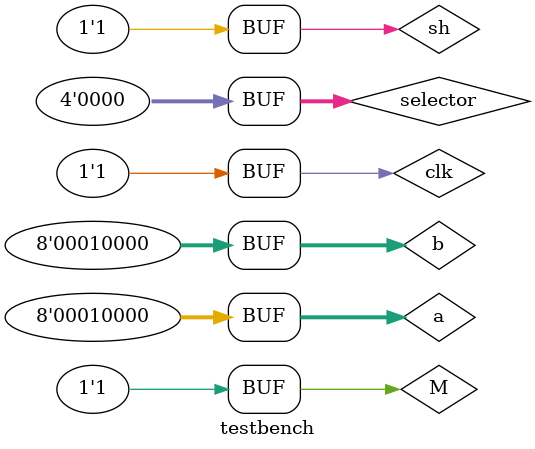
<source format=v>



/* TO DO
8 muxes for output - acts as op code  selector and state Machine
 - indexed from m7, m6, m5, m4, m3, m2, m1, m0 from most significant to least sifnicant bit
 include in software discovery - logism

scale modules to 8 bits
*/


module logic_unit(output [7:0] result,  input [7:0]A, input [7:0] B, input [3:0]selector);

//this can be represented with 2 bits
//and
//or
//not
//xor

//result wires
  wire [7:0] andwire;
  wire [7:0] orwire;
  wire [7:0] notawire;
  wire [7:0] notbwire;
  wire [7:0] xorwire;

  reg nullin;

  and_unit andunit(andwire[7:0], A[7:0], B[7:0]);
  or_unit orunit(orwire[7:0], A[7:0], B[7:0]);
  notA_unit notaunit(notawire[7:0], A[7:0]);
  notB_unit notbunit(notbwire[7:0], B[7:0]);
  xor_unit xorunit(xorwire[7:0], A[7:0], B[7:0]);

  STtoMUX m0(result[0], selector[3:0], andwire[0], orwire[0], notawire[0], notbwire[0], xorwire[0], nullin, nullin, nullin, nullin, nullin, nullin, nullin, nullin, nullin, nullin, nullin);
  STtoMUX m1(result[1], selector[3:0], andwire[1], orwire[1], notawire[1], notbwire[1], xorwire[1], nullin, nullin, nullin, nullin, nullin, nullin, nullin, nullin, nullin, nullin, nullin);
  STtoMUX m2(result[2], selector[3:0], andwire[2], orwire[2], notawire[2], notbwire[2], xorwire[2], nullin, nullin, nullin, nullin, nullin, nullin, nullin, nullin, nullin, nullin, nullin);
  STtoMUX m3(result[3], selector[3:0], andwire[3], orwire[3], notawire[3], notbwire[3], xorwire[3], nullin, nullin, nullin, nullin, nullin, nullin, nullin, nullin, nullin, nullin, nullin);
  STtoMUX m4(result[4], selector[3:0], andwire[4], orwire[4], notawire[4], notbwire[4], xorwire[4], nullin, nullin, nullin, nullin, nullin, nullin, nullin, nullin, nullin, nullin, nullin);
  STtoMUX m5(result[5], selector[3:0], andwire[5], orwire[5], notawire[5], notbwire[5], xorwire[5], nullin, nullin, nullin, nullin, nullin, nullin, nullin, nullin, nullin, nullin, nullin);
  STtoMUX m6(result[6], selector[3:0], andwire[6], orwire[6], notawire[6], notbwire[6], xorwire[6], nullin, nullin, nullin, nullin, nullin, nullin, nullin, nullin, nullin, nullin, nullin);
  STtoMUX m7(result[7], selector[3:0], andwire[7], orwire[7], notawire[7], notbwire[7], xorwire[7], nullin, nullin, nullin, nullin, nullin, nullin, nullin, nullin, nullin, nullin, nullin);


endmodule

//8to1 mux
module STtoMUX(output result,
  input [3:0] s, input oneMUXinput,
  input twoMUXinput, input threeMUXinput,
  input fourMUXinput, input fiveMUXinput,
  input sixMUXinput, input sevenMUXinput,
  input eightMUXinput, input nineMUXinput,
  input tenMUXinput, input eleMUXinput,
  input twelMUXinput, input thirtMUXinput,
  input fourteenMUXinput, input fifteenMUXinput,
  input sixteenMUXinput);

  wire [3:0] notS;
  wire [15:0] andOUT;

  not(notS[0], s[0]);
  not(notS[1], s[1]);
  not(notS[2], s[2]);
  not(notS[3], s[3]);



  and(andOUT[0],  notS[0], notS[1], notS[2], notS[3], oneMUXinput);
  and(andOUT[1],  notS[0], notS[1], notS[2], s[3],    twoMUXinput);
  and(andOUT[2],  notS[0], notS[1], s[2],    notS[3], threeMUXinput);
  and(andOUT[3],  notS[0], notS[1], s[2],    s[3],    fourMUXinput);
  and(andOUT[4],  notS[0], s[1],    notS[2], notS[3], fiveMUXinput);
  and(andOUT[5],  notS[0], s[1],    notS[2], s[3],    sixMUXinput);
  and(andOUT[6],  notS[0], s[1],    s[2],    notS[3], sevenMUXinput);
  and(andOUT[7],  notS[0], s[1],    s[2],    s[3],    eightMUXinput);
  and(andOUT[8],  s[0],    notS[1], notS[2], notS[3], nineMUXinput);
  and(andOUT[9],  s[0],    notS[1], notS[2], s[3],    tenMUXinput);
  and(andOUT[10], s[0],    notS[1], s[2],    notS[3], elelMUXinput);
  and(andOUT[11], s[0],    notS[1], s[2],    s[3],    twelMUXinput);
  and(andOUT[12], s[0],    s[1],    notS[2], notS[3], thirtMUXinput);
  and(andOUT[13], s[0],    s[1],    notS[2], s[3],    fourteenMUXinput);
  and(andOUT[14], s[0],    s[1],    s[2],    notS[3], fifteenMUXinput);
  and(andOUT[15], s[0],    s[1],    s[2],    s[3],    sixteenMUXinput);



  or(result, andOUT[0], andOUT[1], andOUT[2], andOUT[3], andOUT[4], andOUT[5], andOUT[6], andOUT[7], andOUT[8],
     andOUT[9], andOUT[10], andOUT[11], andOUT[12], andOUT[13], andOUT[14], andOUT[15]);
endmodule

module and_unit(output [7:0] result, input[7:0] A, input [7:0] B);
  and a(result[0], A[0], B[0]);
  and b(result[1], A[1], B[1]);
  and c(result[2], A[2], B[2]);
  and c(result[3], A[3], B[3]);
  and d(result[4], A[4], B[4]);
  and e(result[5], A[5], B[5]);
  and f(result[6], A[6], B[6]);
  and g(result[7], A[7], B[7]);
endmodule

module or_unit(output [7:0] result, input[7:0] A, input [7:0] B);
  or a(result[0], A[0], B[0]);
  or b(result[1], A[1], B[1]);
  or c(result[2], A[2], B[2]);
  or d(result[3], A[3], B[3]);
  or e(result[4], A[4], B[4]);
  or f(result[5], A[5], B[5]);
  or g(result[6], A[6], B[6]);
  or h(result[7], A[7], B[7]);
endmodule

module notA_unit(output [7:0] result, input[7:0] A);
  not(result[0], A[0]);
  not(result[1], A[1]);
  not(result[2], A[2]);
  not(result[3], A[3]);
  not(result[4], A[4]);
  not(result[5], A[5]);
  not(result[6], A[6]);
  not(result[7], A[7]);
endmodule

module notB_unit(output [7:0] result, input [7:0] B);
  not(result[0], B[0]);
  not(result[1], B[1]);
  not(result[2], B[2]);
  not(result[3], B[3]);
  not(result[4], B[4]);
  not(result[5], B[5]);
  not(result[6], B[6]);
  not(result[7], B[7]);
endmodule

module xor_unit(output [7:0] result, input[7:0] A, input [7:0] B);
  xor(result[0], A[0], B[0]);
  xor(result[1], A[1], B[1]);
  xor(result[2], A[2], B[2]);
  xor(result[3], A[3], B[3]);
  xor(result[4], A[4], B[4]);
  xor(result[5], A[5], B[5]);
  xor(result[6], A[6], B[6]);
  xor(result[7], A[7], B[7]);
endmodule

module rightshifter(output [7:0] q, output [7:0] qn, input sh, input clk, input [7:0]A);

  wire notsh; //top
  not(notsh, sh);
  wire [6:0] a1out;
  wire [6:0] a2out;
  wire [6:0] orout;

  dff m7(q[7], qn[7], clk, A[7]);
  //indexing by significant digits
  and(a1out[6], q[7],sh ); //a1
  and(a2out[6], A[6], notsh);
  or(orout[6], a1out[6], a2out[6]);
  dff m6(q[6], qn[6], clk, orout[6]);

  and(a1out[5], q[6],sh);
  and(a2out[5], A[5], notsh);
  or(orout[5], a1out[5], a2out[5]);
  dff m5(q[5], qn[5], clk, orout[5]);

  and(a1out[4], q[5],sh);
  and(a2out[4], A[4], notsh);
  or(orout[4], a1out[4], a2out[4]);
  dff m4(q[4], qn[4], clk, orout[4]);

  and(a1out[3], q[4],sh);
  and(a2out[3], A[3], notsh);
  or(orout[3], a1out[3], a2out[3]);
  dff m3(q[3], qn[3], clk, orout[3]);

  and(a1out[2], q[3],sh);
  and(a2out[2], A[2], notsh);
  or(orout[2], a1out[2], a2out[2]);
  dff m2(q[2], qn[2], clk, orout[2]);

  and(a1out[1], q[2], sh);
  and(a2out[1],A[1], notsh );
  or(orout[1], a1out[1], a2out[1]);
  dff m1(q[1], qn[1], clk, orout[1]);

  and(a1out[0], q[1], sh );
  and(a2out[0],A[0], notsh );
  or(orout[0], a1out[0], a2out[0]);
  dff m0(q[0], qn[0], clk, orout[0]);


endmodule

module leftshifter(output [7:0] q, output [7:0] qn, input sh, input clk, input [7:0]A);

  wire notsh; //top
  not(notsh, sh);
  wire [6:0] a1out;
  wire [6:0] a2out;
  wire [6:0] orout;


  //indexing by significant digits
  and(a2out[6], A[7], notsh);
  and(a1out[6], q[6],sh ); //a1
  or(orout[6], a1out[6], a2out[6]);
  dff m7(q[7], qn[7], clk, orout[6]);

  and(a2out[5], A[6], notsh);
  and(a1out[5], q[5],sh ); //a1
  or(orout[5], a1out[5], a2out[5]);
  dff m6(q[6], qn[6], clk, orout[5]);

  and(a2out[4], A[5], notsh);
  and(a1out[4], q[3],sh ); //a1
  or(orout[4], a1out[4], a2out[4]);
  dff m5(q[5], qn[5], clk, orout[4]);

  and(a2out[3], A[4], notsh);
  and(a1out[3], q[3],sh ); //a1
  or(orout[3], a1out[3], a2out[3]);
  dff m4(q[4], qn[4], clk, orout[3]);

  and(a2out[2], A[3], notsh);
  and(a1out[2], q[2],sh ); //a1
  or(orout[2], a1out[2], a2out[2]);
  dff m3(q[3], qn[3], clk, orout[2]);

  and(a2out[1], A[2], notsh);
  and(a1out[1], q[1],sh ); //a1
  or(orout[1], a1out[1], a2out[1]);
  dff m2(q[2], qn[2], clk, orout[1]);

  and(a2out[0], A[1], notsh);
  and(a1out[0], q[0],sh ); //a1
  or(orout[0], a1out[0], a2out[0]);
  dff m1(q[1], qn[1], clk, orout[0]);

  dff m0(q[0], qn[0], clk, A[0]);

endmodule

//module leftshifter();
//endmodule

//edge triggered dff
module dff(output Q, output Qn, input C, input D);


   wire   Cn;   // Control input to the D latch.
   wire   Cnn;  // Control input to the SR latch.
   wire   DQ;   // Output from the D latch, input to the gated SR latch.
   wire   DQn;  // Output from the D latch, input to the gated SR latch.

   not(Cn, C);
   not(Cnn, Cn);
   d_latch dl(DQ, DQn, Cn, D);
   sr_latch_gated sr(Q, Qn, Cnn, DQ, DQn);
endmodule // d_flip_flop_edge_triggered

module d_latch(output Q, output Qn, input G,input D);

   wire   Dnotout;
   wire   Dandout;
   wire   Dandout2;

   not(Dnotout, D);
   and(Dandout, G, D);
   and(Dandout2, G, Dnotout);
   nor(Qn, Dandout, Q);
   nor(Q, Dandout2, Qn);
endmodule // d_latch

module sr_latch_gated(output Q, output Qn, input G, input S, input R);
   wire   S1;
   wire   R1;

   and(S1, G, S);
   and(R1, G, R);
   nor(Qn, S1, Q);
   nor(Q, R1, Qn);
endmodule // sr_latch_gated



module ALU(input [7:0] a, input[7:0] b, input [3:0] opcode, input m, input sh, input clk,  output [7:0] result , output carry);

  wire [7:0] eightbasuOUT;

  wire [7:0] AleftsOUT;
  wire [7:0] ArightsOUT;
  wire [7:0] AleftsOUTn;
  wire [7:0] ArightsOUTn;

  wire [7:0] BleftsOUT;
  wire [7:0] BrightsOUT;
  wire [7:0] BleftsOUTn;
  wire [7:0] BrightsOUTn;

  wire [7:0] aluLUOUT;

  reg nullin;


  /*
  module logic_unit(output [3:0] result,  input [3:0]A, input [3:0] B, input [2:0]selector);
  module rightshifter(output [7:0] q, output [7:0] qn, input sh, input clk, input [7:0]A);
  module leftshifter(output [7:0] q, output [7:0] qn, input sh, input clk, input [7:0]A);
  module fourB_asu(input [3:0] a, input [3:0] b, input M, output C, output [3:0] sum);

  */

  eightB_asu aluFBAU(a[7:0], b[7:0], m, carry, eightbasuOUT[7:0]);
  rightshifter AaluRS(ArightsOUT[7:0], ArightsOUTn[7:0], sh, clk, a[7:0] );
  leftshifter AaluLS(AleftsOUT[7:0], AleftsOUTn[7:0], sh, clk, a[7:0] );
  rightshifter BaluRS(BrightsOUT[7:0], BrightsOUTn[7:0], sh, clk, b[7:0] );
  leftshifter BaluLS(BleftsOUT[7:0], BleftsOUTn[7:0], sh, clk, b[7:0] );
  logic_unit aluLU(aluLUOUT[7:0],a[7:0], b[7:0], opcode[3:0]);



   //module STtoMUX(output result, input [2:0] s, input oneMUXinput, input twoMUXinput, input threeMUXinput, input fourMUXinput, input fiveMUXinput);
   // 5 aluLU inputs so opcode shares the same  code
   STtoMUX m7(result[7], opcode[3:0], aluLUOUT[7], aluLUOUT[7], aluLUOUT[7], aluLUOUT[7], aluLUOUT[7], eightbasuOUT[7], AleftsOUT[7], ArightsOUT[7], BleftsOUT[7], BrightsOUT[7], nullin,nullin,nullin,nullin,nullin,nullin ); //most significant bits
   STtoMUX m6(result[6], opcode[3:0], aluLUOUT[6], aluLUOUT[6], aluLUOUT[6], aluLUOUT[6], aluLUOUT[6], eightbasuOUT[6], AleftsOUT[6], ArightsOUT[6], BleftsOUT[6], BrightsOUT[6], nullin,nullin,nullin,nullin,nullin,nullin );
   STtoMUX m5(result[5], opcode[3:0], aluLUOUT[5], aluLUOUT[5], aluLUOUT[5], aluLUOUT[5], aluLUOUT[5], eightbasuOUT[5], AleftsOUT[5], ArightsOUT[5], BleftsOUT[5], BrightsOUT[5], nullin,nullin,nullin,nullin,nullin,nullin );
   STtoMUX m4(result[4], opcode[3:0], aluLUOUT[4], aluLUOUT[4], aluLUOUT[4], aluLUOUT[4], aluLUOUT[4], eightbasuOUT[4], AleftsOUT[4], ArightsOUT[4], BleftsOUT[4], BrightsOUT[4], nullin,nullin,nullin,nullin,nullin,nullin );
   STtoMUX m3(result[3], opcode[3:0], aluLUOUT[3], aluLUOUT[3], aluLUOUT[3], aluLUOUT[3], aluLUOUT[3], eightbasuOUT[3], AleftsOUT[3], ArightsOUT[3], BleftsOUT[3], BrightsOUT[3], nullin,nullin,nullin,nullin,nullin,nullin );
   STtoMUX m2(result[2], opcode[3:0], aluLUOUT[2], aluLUOUT[2], aluLUOUT[2], aluLUOUT[2], aluLUOUT[2], eightbasuOUT[2], AleftsOUT[2], ArightsOUT[2], BleftsOUT[2], BrightsOUT[2], nullin,nullin,nullin,nullin,nullin,nullin );
   STtoMUX m1(result[1], opcode[3:0], aluLUOUT[1], aluLUOUT[1], aluLUOUT[1], aluLUOUT[1], aluLUOUT[1], eightbasuOUT[1], AleftsOUT[1], ArightsOUT[1], BleftsOUT[1], BrightsOUT[1], nullin,nullin,nullin,nullin,nullin,nullin );
   STtoMUX m0(result[0], opcode[3:0], aluLUOUT[0], aluLUOUT[0], aluLUOUT[0], aluLUOUT[0], aluLUOUT[0], eightbasuOUT[0], AleftsOUT[0], ArightsOUT[0], BleftsOUT[0], BrightsOUT[0], nullin,nullin,nullin,nullin,nullin,nullin );

   //  STtoMUX m0(result[0], selector[2:0], andwire[0], orwire[0], notawire[0], notbwire[0], xorwire[0]);



endmodule
//half adder - provided in the instructions
module Add_half (input a, b, output c_out, sum);
    xor G1(sum, a, b);
    and G2(c_out, a, b);
endmodule

//full adder - provided in the instructions
module Add_full (input a, b, c_in, output c_out, sum);
  wire w1, w2, w3;
  Add_half M1(a,b, w1, w2);
  Add_half M0(w2, c_in, w3, sum);
  or (c_out, w1, w3);
endmodule

//MODULE: 4-bit Unsigned Adder-Subtractor as diagramed in the instructions.
module eightB_asu(input [7:0] a, input [7:0] b, input M, output C, output [7:0] sum);

  /*
  Two sets of wires:
      w# set - carries output from xor gates to input into full adder
      c# set - carries output from full adders to input into the next full adder
  */


  wire [7:0] w;
  wire [6:0] c;


  /*
  Each 1/4 of the circuit is represented below by
  having an XOR gate and FULL Adder.
  Each XOR gate does not have input dependent of the output of the Full Adders.

  xor GATES(ouput, input1, input2);
      *output : - carried through wire (w#) to the input of a full Adder
      *input1&2 : - receives both from module parameters
                -1st input; a bit from  binary number B[#]
                -2nd input; the mode

  Add_full GATES(input1,input2,input3,output1,output2);
      *output : -1st output c#; carries output to input into next full adder until it eventually
                    outputs the carry (after last full adder)
                -2nd output sum[#]; sum of position's bit
      *input : -1st input w#; received from each full adder's neighboring xorgate
               -2nd input a[0]; bit from binary number A[#]
               -3rd input c#; recived from previous full adder's output

  */

  xor x0( w[0], b[0], M);
  Add_full FA0(w[0],a[0],M,c[0],sum[0]);

  xor x1( w[1], b[1], M);
  Add_full FA1(w[1],a[1],c[0],c[1],sum[1]);

  xor x2( w[2], b[2], M);
  Add_full FA2(w[2],a[2],c[1],c[2],sum[2]);

  xor x3( w[3], b[3], M);
  Add_full FA3(w[3],a[3],c[2],c[3],sum[3]);

  xor x4( w[4], b[4], M);
  Add_full FA4(w[4],a[0],c[3],c[4],sum[4]);

  xor x5( w[5], b[5], M);
  Add_full FA5(w[5],a[5],c[4],c[5],sum[5]);

  xor x6( w[6], b[6], M);
  Add_full FA6(w[6],a[6],c[5],c[6],sum[6]);

  xor x7( w[7], b[7], M);
  Add_full FA7(w[7],a[7],c[6], C,sum[7]);

endmodule

module testbench;
  wire [7:0] result;
  wire carry ; // error code
  reg [7:0] a;
  reg [7:0] b;
  reg M;
  reg [3:0] selector;
  reg clk;
  reg sh;
  /*
  module ALU(input [7:0] a,
  input[7:0] b, input [3:0] opcode,
  input m, input sh, input clk,
  output [7:0] result ,
  output carry);
  */

  initial begin
//module logic_unit(output [7:0] result,  input [7:0]A, input [7:0] B, input [3:0]selector);


  #0 $display("PERFORMING AND");
  #0 clk=0; M=0; sh=0;
  for(selector=0; selector<16; selector=selector+1)
    for(a=0; a<16; a =a+1)
      for(b=0; b<16; b=b+1)
      #1;

  #4999 $display("PERFORMING OR");
  #4999 a=0; b=0; selector =0;
  #5000 clk=0; M=0; sh=1;
  for(selector=0; selector<16; selector=selector+1)
    for(a=0; a<16; a =a+1)
      for(b=0; b<16; b=b+1)
      #1;

  #4999 $display("PERFORMING ~A");
  #4999 a=0; b=0; selector =0;
  #5000 clk=0; M=1; sh=0;
  for(selector=0; selector<16; selector=selector+1)
    for(a=0; a<16; a =a+1)
      for(b=0; b<16; b=b+1)
      #1;

  #4999 $display("PERFORMING ~B");
  #4999 a=0; b=0; selector =0;
  #5000 clk=0; M=1; sh=1;
  for(selector=0; selector<16; selector=selector+1)
    for(a=0; a<16; a =a+1)
      for(b=0; b<16; b=b+1)
      #1;

  #4999 $display("PERFORMING XOR");
  #4999 a=0; b=0; selector =0;
  #5000 clk=1; M=0; sh=0;
  for(selector=0; selector<16; selector=selector+1)
    for(a=0; a<16; a =a+1)
      for(b=0; b<16; b=b+1)
      #1;

  #4999 $display("PERFORMING OR");
  #4999 a=0; b=0; selector =0;
  #5000 clk=1; M=0; sh=1;
  for(selector=0; selector<16; selector=selector+1)
    for(a=0; a<16; a =a+1)
      for(b=0; b<16; b=b+1)
      #1;

  #4999 $display("SHIFTING LEFT");
  #4999 a=0; b=0; selector =0;
  #5000 clk=1; M=1; sh=0;
  for(selector=0; selector<16; selector=selector+1)
    for(a=0; a<16; a =a+1)
      for(b=0; b<16; b=b+1)
      #1;

  #4999 $display("SHIFTING RIGHT");
  #4999 a=0; b=0; selector =0;
  #5000 clk=1; M=1; sh=1;
  for(selector=0; selector<16; selector=selector+1)
    for(a=0; a<16; a =a+1)
      for(b=0; b<16; b=b+1)
      #1;


  end
  //module logic_unit(output [7:0] result,  input [7:0]A, input [7:0] B, input [3:0]selector);
  logic_unit test(result[7:0], a[7:0], b[7:0], selector[3:0]);
  //ALU tb(a[7:0], b[7:0], selector[3:0], m, sh, clk, result[7:0], carry );
  //module ALU(input [7:0] a, input[7:0] b, input [3:0] opcode, input m, input sh, input clk,  output [7:0] result , output carry);


  always @ ( * ) begin
    $monitor("INPUT a=%b  INPUT b=%b RESULT=%b |||| M=%d sel=%b clk=%d sh=%d  carry =%d   time=%d", a,b,result,M,selector,clk,sh,carry,$time);
  end
endmodule

</source>
